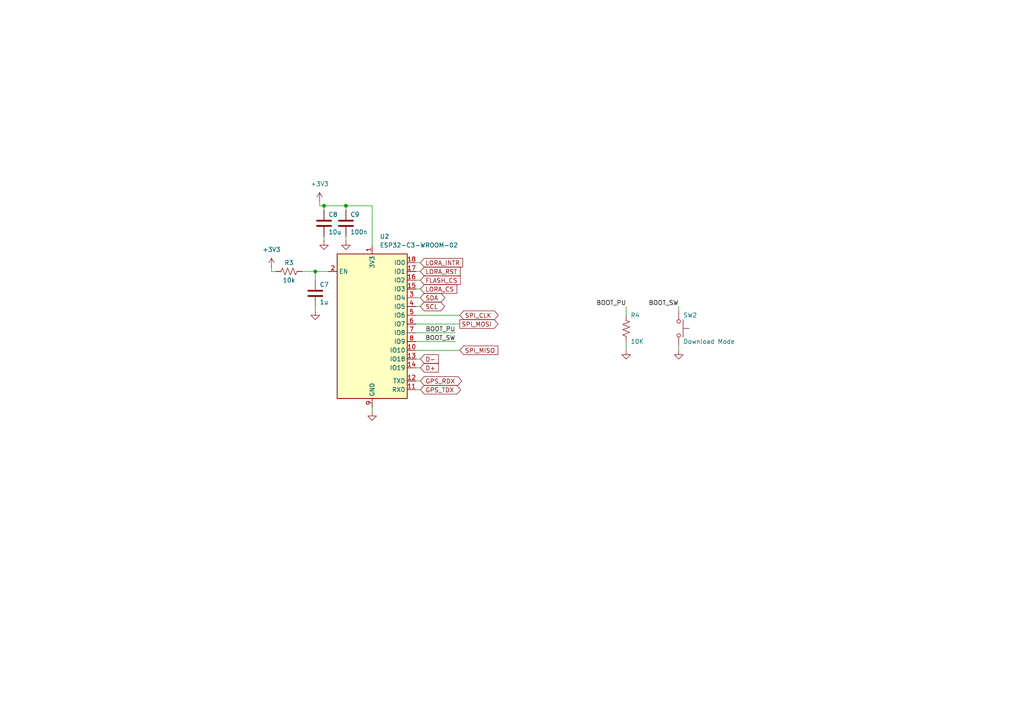
<source format=kicad_sch>
(kicad_sch (version 20231120) (generator "eeschema") (generator_version "8.0")
  (paper "A4")
  (lib_symbols
    (symbol "Device:C" (pin_numbers hide) (pin_names (offset 0.254))
      (property "Reference" "C" (at 0.635 2.54 0))
      (property "Value" "C" (at 0.635 -2.54 0))
      (symbol "C_0_1"
        (polyline (pts (xy -2.032 -0.762) (xy 2.032 -0.762)) (stroke (width 0.508)))
        (polyline (pts (xy -2.032 0.762) (xy 2.032 0.762)) (stroke (width 0.508)))
      )
      (symbol "C_1_1"
        (pin passive line (at 0 3.81 270) (length 2.794) (name "~") (number "1"))
        (pin passive line (at 0 -3.81 90) (length 2.794) (name "~") (number "2"))
      )
    )
    (symbol "Device:R_US" (pin_numbers hide) (pin_names (offset 0))
      (property "Reference" "R" (at 2.54 0 90))
      (property "Value" "R_US" (at -2.54 0 90))
      (symbol "R_US_0_1"
        (polyline (pts (xy 0 -2.286) (xy 0 -2.54)))
        (polyline (pts (xy 0 2.286) (xy 0 2.54)))
        (polyline (pts (xy 0 -0.762) (xy 1.016 -1.143) (xy 0 -1.524) (xy -1.016 -1.905) (xy 0 -2.286)))
        (polyline (pts (xy 0 0.762) (xy 1.016 0.381) (xy 0 0) (xy -1.016 -0.381) (xy 0 -0.762)))
        (polyline (pts (xy 0 2.286) (xy 1.016 1.905) (xy 0 1.524) (xy -1.016 1.143) (xy 0 0.762)))
      )
      (symbol "R_US_1_1"
        (pin passive line (at 0 3.81 270) (length 1.27) (name "~") (number "1"))
        (pin passive line (at 0 -3.81 90) (length 1.27) (name "~") (number "2"))
      )
    )
    (symbol "MCU:ESP32-C3-WROOM-02"
      (property "Reference" "U" (at -8.89 20.32 0))
      (property "Value" "ESP32-C3-WROOM-02" (at 12.7 -24.13 0))
      (symbol "ESP32-C3-WROOM-02_0_1"
        (rectangle (start -10.16 19.05) (end 10.16 -22.86) (stroke (width 0.254)) (fill (type background)))
      )
      (symbol "ESP32-C3-WROOM-02_1_1"
        (pin power_in line (at 0 21.59 270) (length 2.54) (name "3V3") (number "1"))
        (pin bidirectional line (at 12.7 -8.89 180) (length 2.54) (name "IO10") (number "10"))
        (pin input line (at 12.7 -20.32 180) (length 2.54) (name "RXD") (number "11"))
        (pin output line (at 12.7 -17.78 180) (length 2.54) (name "TXD") (number "12"))
        (pin bidirectional line (at 12.7 -11.43 180) (length 2.54) (name "IO18") (number "13"))
        (pin bidirectional line (at 12.7 -13.97 180) (length 2.54) (name "IO19") (number "14"))
        (pin bidirectional line (at 12.7 8.89 180) (length 2.54) (name "IO3") (number "15"))
        (pin bidirectional line (at 12.7 11.43 180) (length 2.54) (name "IO2") (number "16"))
        (pin bidirectional line (at 12.7 13.97 180) (length 2.54) (name "IO1") (number "17"))
        (pin bidirectional line (at 12.7 16.51 180) (length 2.54) (name "IO0") (number "18"))
        (pin power_in line (at 0 -25.4 90) (length 2.54) hide (name "GND") (number "19"))
        (pin input line (at -12.7 13.97 0) (length 2.54) (name "EN") (number "2"))
        (pin bidirectional line (at 12.7 6.35 180) (length 2.54) (name "IO4") (number "3"))
        (pin bidirectional line (at 12.7 3.81 180) (length 2.54) (name "IO5") (number "4"))
        (pin bidirectional line (at 12.7 1.27 180) (length 2.54) (name "IO6") (number "5"))
        (pin bidirectional line (at 12.7 -1.27 180) (length 2.54) (name "IO7") (number "6"))
        (pin bidirectional line (at 12.7 -3.81 180) (length 2.54) (name "IO8") (number "7"))
        (pin bidirectional line (at 12.7 -6.35 180) (length 2.54) (name "IO9") (number "8"))
        (pin power_in line (at 0 -25.4 90) (length 2.54) (name "GND") (number "9"))
      )
    )
    (symbol "Switch:SW_Push" (pin_numbers hide) (pin_names (offset 1.016) hide)
      (property "Reference" "SW" (at 1.27 2.54 0))
      (property "Value" "SW_Push" (at 0 -1.524 0))
      (symbol "SW_Push_0_1"
        (circle (center -2.032 0) (radius 0.508))
        (polyline (pts (xy 0 1.27) (xy 0 3.048)))
        (polyline (pts (xy 2.54 1.27) (xy -2.54 1.27)))
        (circle (center 2.032 0) (radius 0.508))
        (pin passive line (at -5.08 0 0) (length 2.54) (name "1") (number "1"))
        (pin passive line (at 5.08 0 180) (length 2.54) (name "2") (number "2"))
      )
    )
    (symbol "power:+3V3" (power) (pin_numbers hide) (pin_names (offset 0) hide)
      (property "Value" "+3V3" (at 0 3.556 0))
      (symbol "+3V3_0_1"
        (polyline (pts (xy -0.762 1.27) (xy 0 2.54)))
        (polyline (pts (xy 0 0) (xy 0 2.54)))
        (polyline (pts (xy 0 2.54) (xy 0.762 1.27)))
      )
      (symbol "+3V3_1_1"
        (pin power_in line (at 0 0 90) (length 0) (name "~") (number "1"))
      )
    )
    (symbol "power:GND" (power) (pin_numbers hide) (pin_names (offset 0) hide)
      (property "Value" "GND" (at 0 -3.81 0))
      (symbol "GND_0_1"
        (polyline (pts (xy 0 0) (xy 0 -1.27) (xy 1.27 -1.27) (xy 0 -2.54) (xy -1.27 -1.27) (xy 0 -1.27)))
      )
      (symbol "GND_1_1"
        (pin power_in line (at 0 0 270) (length 0) (name "~") (number "1"))
      )
    )
  )
  (junction (at 100.33 59.69))
  (junction (at 93.98 59.69))
  (junction (at 91.44 78.74))
  (wire (pts (xy 120.65 88.9) (xy 121.92 88.9)))
  (wire (pts (xy 80.01 78.74) (xy 78.74 78.74)))
  (wire (pts (xy 91.44 88.9) (xy 91.44 90.17)))
  (wire (pts (xy 120.65 78.74) (xy 121.92 78.74)))
  (wire (pts (xy 120.65 110.49) (xy 121.92 110.49)))
  (wire (pts (xy 92.71 58.42) (xy 92.71 59.69)))
  (wire (pts (xy 93.98 59.69) (xy 100.33 59.69)))
  (wire (pts (xy 120.65 91.44) (xy 133.35 91.44)))
  (wire (pts (xy 120.65 113.03) (xy 121.92 113.03)))
  (wire (pts (xy 107.95 71.12) (xy 107.95 59.69)))
  (wire (pts (xy 120.65 101.6) (xy 133.35 101.6)))
  (wire (pts (xy 120.65 99.06) (xy 132.08 99.06)))
  (wire (pts (xy 78.74 78.74) (xy 78.74 77.47)))
  (wire (pts (xy 91.44 81.28) (xy 91.44 78.74)))
  (wire (pts (xy 181.61 99.06) (xy 181.61 101.6)))
  (wire (pts (xy 120.65 96.52) (xy 132.08 96.52)))
  (wire (pts (xy 92.71 59.69) (xy 93.98 59.69)))
  (wire (pts (xy 93.98 59.69) (xy 93.98 60.96)))
  (wire (pts (xy 120.65 104.14) (xy 121.92 104.14)))
  (wire (pts (xy 120.65 93.98) (xy 133.35 93.98)))
  (wire (pts (xy 91.44 78.74) (xy 95.25 78.74)))
  (wire (pts (xy 196.85 88.9) (xy 196.85 90.17)))
  (wire (pts (xy 93.98 68.58) (xy 93.98 69.85)))
  (wire (pts (xy 120.65 106.68) (xy 121.92 106.68)))
  (wire (pts (xy 107.95 59.69) (xy 100.33 59.69)))
  (wire (pts (xy 120.65 81.28) (xy 121.92 81.28)))
  (wire (pts (xy 120.65 76.2) (xy 121.92 76.2)))
  (wire (pts (xy 100.33 60.96) (xy 100.33 59.69)))
  (wire (pts (xy 120.65 83.82) (xy 121.92 83.82)))
  (wire (pts (xy 196.85 100.33) (xy 196.85 101.6)))
  (wire (pts (xy 120.65 86.36) (xy 121.92 86.36)))
  (wire (pts (xy 181.61 88.9) (xy 181.61 91.44)))
  (wire (pts (xy 107.95 119.38) (xy 107.95 118.11)))
  (wire (pts (xy 100.33 69.85) (xy 100.33 68.58)))
  (wire (pts (xy 87.63 78.74) (xy 91.44 78.74)))
  (label "BOOT_SW" (at 196.85 88.9 180))
  (label "BOOT_PU" (at 181.61 88.9 180))
  (label "BOOT_SW" (at 132.08 99.06 180))
  (label "BOOT_PU" (at 132.08 96.52 180))
  (global_label "LORA_CS" (shape input) (at 121.92 83.82 0) (property "Intersheetrefs" "${INTERSHEET_REFS}" (effects (hide yes))))
  (global_label "SPI_MISO" (shape input) (at 133.35 101.6 0) (property "Intersheetrefs" "${INTERSHEET_REFS}" (effects (hide yes))))
  (global_label "D+" (shape input) (at 121.92 106.68 0) (property "Intersheetrefs" "${INTERSHEET_REFS}" (effects (hide yes))))
  (global_label "SCL" (shape bidirectional) (at 121.92 88.9 0) (property "Intersheetrefs" "${INTERSHEET_REFS}" (effects (hide yes))))
  (global_label "SDA" (shape bidirectional) (at 121.92 86.36 0) (property "Intersheetrefs" "${INTERSHEET_REFS}" (effects (hide yes))))
  (global_label "FLASH_CS" (shape input) (at 121.92 81.28 0) (property "Intersheetrefs" "${INTERSHEET_REFS}" (effects (hide yes))))
  (global_label "D-" (shape input) (at 121.92 104.14 0) (property "Intersheetrefs" "${INTERSHEET_REFS}" (effects (hide yes))))
  (global_label "SPI_MOSI" (shape output) (at 133.35 93.98 0) (property "Intersheetrefs" "${INTERSHEET_REFS}" (effects (hide yes))))
  (global_label "GPS_TDX" (shape bidirectional) (at 121.92 113.03 0) (property "Intersheetrefs" "${INTERSHEET_REFS}" (effects (hide yes))))
  (global_label "LORA_INTR" (shape input) (at 121.92 76.2 0) (property "Intersheetrefs" "${INTERSHEET_REFS}" (effects (hide yes))))
  (global_label "SPI_CLK" (shape bidirectional) (at 133.35 91.44 0) (property "Intersheetrefs" "${INTERSHEET_REFS}" (effects (hide yes))))
  (global_label "LORA_RST" (shape input) (at 121.92 78.74 0) (property "Intersheetrefs" "${INTERSHEET_REFS}" (effects (hide yes))))
  (global_label "GPS_RDX" (shape bidirectional) (at 121.92 110.49 0) (property "Intersheetrefs" "${INTERSHEET_REFS}" (effects (hide yes))))
  (symbol (lib_id "Device:R_US") (at 83.82 78.74 90) (unit 1)
    (property "Reference" "R3" (at 83.82 76.2 90))
    (property "Value" "10k" (at 83.82 81.28 90))
    (property "Description" "Resistor, US symbol" (effects (hide yes)))
  )
  (symbol (lib_id "power:GND") (at 100.33 69.85 0) (unit 1)
    (property "Reference" "#PWR020" (effects (hide yes)))
    (property "Value" "GND" (effects (hide yes)))
    (property "Description" "Power symbol creates a global label with name \"GND\" , ground" (effects (hide yes)))
  )
  (symbol (lib_id "power:GND") (at 181.61 101.6 0) (unit 1)
    (property "Reference" "#PWR022" (effects (hide yes)))
    (property "Value" "GND" (effects (hide yes)))
    (property "Description" "Power symbol creates a global label with name \"GND\" , ground" (effects (hide yes)))
  )
  (symbol (lib_id "Device:R_US") (at 181.61 95.25 0) (unit 1)
    (property "Reference" "R4" (at 182.88 91.44 0) (effects (justify left)))
    (property "Value" "10K" (at 182.88 99.06 0) (effects (justify left)))
    (property "Description" "Resistor, US symbol" (effects (hide yes)))
  )
  (symbol (lib_id "power:GND") (at 91.44 90.17 0) (unit 1)
    (property "Reference" "#PWR017" (effects (hide yes)))
    (property "Value" "GND" (effects (hide yes)))
    (property "Description" "Power symbol creates a global label with name \"GND\" , ground" (effects (hide yes)))
  )
  (symbol (lib_id "Device:C") (at 91.44 85.09 0) (unit 1)
    (property "Reference" "C7" (at 92.71 82.55 0) (effects (justify left)))
    (property "Value" "1u" (at 92.71 87.63 0) (effects (justify left)))
    (property "Footprint" "Capacitor_SMD:C_0201_0603Metric" (effects (hide yes)))
    (property "Description" "Unpolarized capacitor" (effects (hide yes)))
  )
  (symbol (lib_id "power:+3V3") (at 78.74 77.47 0) (unit 1)
    (property "Reference" "#PWR016" (effects (hide yes)))
    (property "Value" "+3V3" (at 78.74 72.39 0))
    (property "Description" "Power symbol creates a global label with name \"+3V3\"" (effects (hide yes)))
  )
  (symbol (lib_id "power:GND") (at 196.85 101.6 0) (unit 1)
    (property "Reference" "#PWR023" (effects (hide yes)))
    (property "Value" "GND" (effects (hide yes)))
    (property "Description" "Power symbol creates a global label with name \"GND\" , ground" (effects (hide yes)))
  )
  (symbol (lib_id "power:+3V3") (at 92.71 58.42 0) (unit 1)
    (property "Reference" "#PWR018" (effects (hide yes)))
    (property "Value" "+3V3" (at 92.71 53.34 0))
    (property "Description" "Power symbol creates a global label with name \"+3V3\"" (effects (hide yes)))
  )
  (symbol (lib_id "power:GND") (at 93.98 69.85 0) (unit 1)
    (property "Reference" "#PWR019" (effects (hide yes)))
    (property "Value" "GND" (effects (hide yes)))
    (property "Description" "Power symbol creates a global label with name \"GND\" , ground" (effects (hide yes)))
  )
  (symbol (lib_id "Device:C") (at 100.33 64.77 0) (unit 1)
    (property "Reference" "C9" (at 101.6 62.23 0) (effects (justify left)))
    (property "Value" "100n" (at 101.6 67.31 0) (effects (justify left)))
    (property "Footprint" "Capacitor_SMD:C_0201_0603Metric" (effects (hide yes)))
    (property "Description" "Unpolarized capacitor" (effects (hide yes)))
  )
  (symbol (lib_id "MCU:ESP32-C3-WROOM-02") (at 107.95 92.71 0) (unit 1)
    (property "Reference" "U2" (at 110.1441 68.58 0) (effects (justify left)))
    (property "Value" "ESP32-C3-WROOM-02" (at 110.1441 71.12 0) (effects (justify left)))
    (property "Datasheet" "https://www.espressif.com/sites/default/files/documentation/esp32-c3-wroom-02_datasheet_en.pdf" (effects (hide yes)))
  )
  (symbol (lib_id "Device:C") (at 93.98 64.77 0) (unit 1)
    (property "Reference" "C8" (at 95.25 62.23 0) (effects (justify left)))
    (property "Value" "10u" (at 95.25 67.31 0) (effects (justify left)))
    (property "Footprint" "Capacitor_SMD:C_0201_0603Metric" (effects (hide yes)))
    (property "Description" "Unpolarized capacitor" (effects (hide yes)))
  )
  (symbol (lib_id "power:GND") (at 107.95 119.38 0) (unit 1)
    (property "Reference" "#PWR021" (effects (hide yes)))
    (property "Value" "GND" (effects (hide yes)))
    (property "Description" "Power symbol creates a global label with name \"GND\" , ground" (effects (hide yes)))
  )
  (symbol (lib_id "Switch:SW_Push") (at 196.85 95.25 270) (unit 1)
    (property "Reference" "SW2" (at 198.12 91.44 90) (effects (justify left)))
    (property "Value" "Download Mode" (at 198.12 99.06 90) (effects (justify left)))
    (property "Description" "Push button switch, generic, two pins" (effects (hide yes)))
  )
)
</source>
